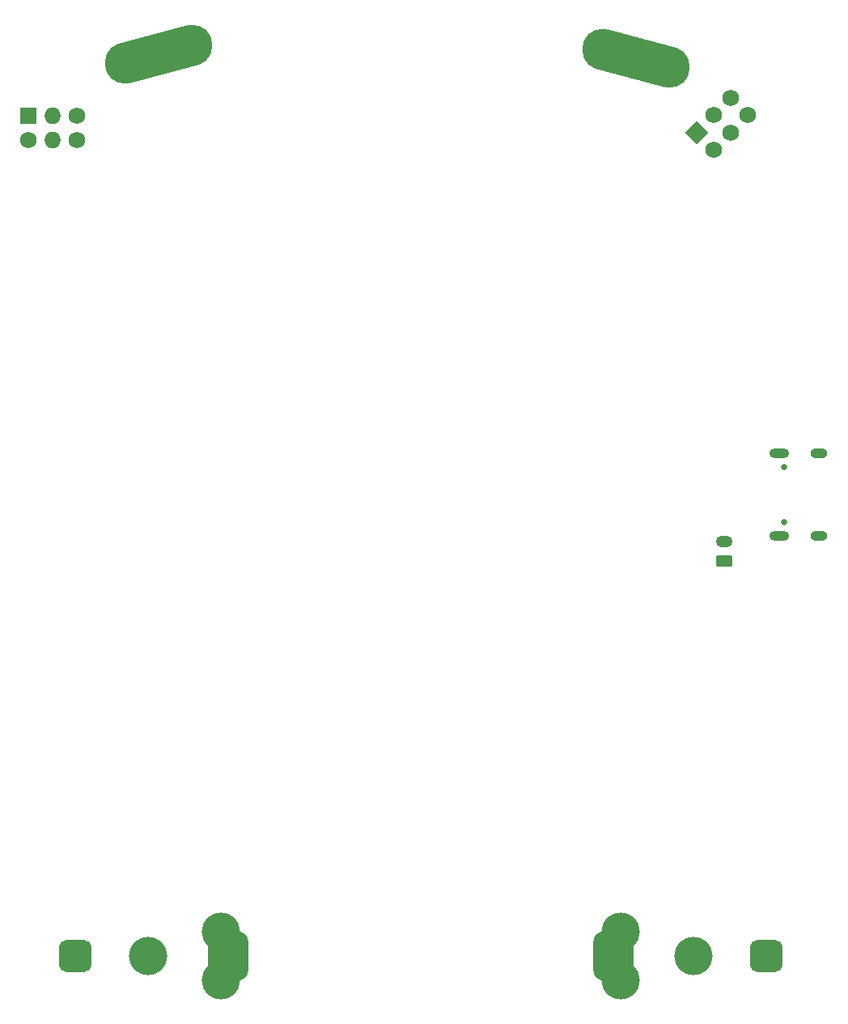
<source format=gbr>
%TF.GenerationSoftware,KiCad,Pcbnew,8.0.0*%
%TF.CreationDate,2024-03-10T20:39:49-05:00*%
%TF.ProjectId,B-Sides 2024,422d5369-6465-4732-9032-3032342e6b69,rev?*%
%TF.SameCoordinates,Original*%
%TF.FileFunction,Soldermask,Bot*%
%TF.FilePolarity,Negative*%
%FSLAX46Y46*%
G04 Gerber Fmt 4.6, Leading zero omitted, Abs format (unit mm)*
G04 Created by KiCad (PCBNEW 8.0.0) date 2024-03-10 20:39:49*
%MOMM*%
%LPD*%
G01*
G04 APERTURE LIST*
G04 Aperture macros list*
%AMRoundRect*
0 Rectangle with rounded corners*
0 $1 Rounding radius*
0 $2 $3 $4 $5 $6 $7 $8 $9 X,Y pos of 4 corners*
0 Add a 4 corners polygon primitive as box body*
4,1,4,$2,$3,$4,$5,$6,$7,$8,$9,$2,$3,0*
0 Add four circle primitives for the rounded corners*
1,1,$1+$1,$2,$3*
1,1,$1+$1,$4,$5*
1,1,$1+$1,$6,$7*
1,1,$1+$1,$8,$9*
0 Add four rect primitives between the rounded corners*
20,1,$1+$1,$2,$3,$4,$5,0*
20,1,$1+$1,$4,$5,$6,$7,0*
20,1,$1+$1,$6,$7,$8,$9,0*
20,1,$1+$1,$8,$9,$2,$3,0*%
%AMHorizOval*
0 Thick line with rounded ends*
0 $1 width*
0 $2 $3 position (X,Y) of the first rounded end (center of the circle)*
0 $4 $5 position (X,Y) of the second rounded end (center of the circle)*
0 Add line between two ends*
20,1,$1,$2,$3,$4,$5,0*
0 Add two circle primitives to create the rounded ends*
1,1,$1,$2,$3*
1,1,$1,$4,$5*%
%AMRotRect*
0 Rectangle, with rotation*
0 The origin of the aperture is its center*
0 $1 length*
0 $2 width*
0 $3 Rotation angle, in degrees counterclockwise*
0 Add horizontal line*
21,1,$1,$2,0,0,$3*%
G04 Aperture macros list end*
%ADD10HorizOval,4.300000X3.477333X0.931749X-3.477333X-0.931749X0*%
%ADD11HorizOval,4.300000X-3.477333X0.931749X3.477333X-0.931749X0*%
%ADD12R,1.727200X1.727200*%
%ADD13C,1.727200*%
%ADD14O,1.727200X1.727200*%
%ADD15RotRect,1.727200X1.727200X315.000000*%
%ADD16HorizOval,1.727200X0.000000X0.000000X0.000000X0.000000X0*%
%ADD17C,0.650000*%
%ADD18O,2.100000X1.000000*%
%ADD19O,1.800000X1.000000*%
%ADD20RoundRect,1.050000X-1.050000X1.500000X-1.050000X-1.500000X1.050000X-1.500000X1.050000X1.500000X0*%
%ADD21C,4.000000*%
%ADD22RoundRect,0.850000X-0.850000X0.850000X-0.850000X-0.850000X0.850000X-0.850000X0.850000X0.850000X0*%
%ADD23RoundRect,0.250000X0.625000X-0.350000X0.625000X0.350000X-0.625000X0.350000X-0.625000X-0.350000X0*%
%ADD24O,1.750000X1.200000*%
%ADD25RoundRect,1.050000X1.050000X-1.500000X1.050000X1.500000X-1.050000X1.500000X-1.050000X-1.500000X0*%
%ADD26RoundRect,0.850000X0.850000X-0.850000X0.850000X0.850000X-0.850000X0.850000X-0.850000X-0.850000X0*%
G04 APERTURE END LIST*
D10*
%TO.C,H2*%
X75000000Y-37000000D03*
%TD*%
D11*
%TO.C,H1*%
X125000000Y-37500000D03*
%TD*%
D12*
%TO.C,J3*%
X61390000Y-43510000D03*
D13*
X61390000Y-46050000D03*
D14*
X63930000Y-43510000D03*
X63930000Y-46050000D03*
D13*
X66470000Y-43510000D03*
X66470000Y-46050000D03*
%TD*%
D15*
%TO.C,J4*%
X131280131Y-45225147D03*
D13*
X133076182Y-47021199D03*
D16*
X133076182Y-43429096D03*
X134872233Y-45225147D03*
D13*
X134872233Y-41633045D03*
X136668284Y-43429096D03*
%TD*%
D17*
%TO.C,J9*%
X140455000Y-86000000D03*
X140455000Y-80220000D03*
D18*
X139955000Y-87430000D03*
D19*
X144135000Y-87430000D03*
D18*
X139955000Y-78790000D03*
D19*
X144135000Y-78790000D03*
%TD*%
D20*
%TO.C,J5*%
X82320000Y-131380000D03*
D21*
X81545000Y-133920000D03*
X81545000Y-128840000D03*
X73945000Y-131380000D03*
D22*
X66320000Y-131380000D03*
%TD*%
D23*
%TO.C,J10*%
X134220000Y-90030000D03*
D24*
X134220000Y-88030000D03*
%TD*%
D25*
%TO.C,J2*%
X122570000Y-131380000D03*
D21*
X123345000Y-128840000D03*
X123345000Y-133920000D03*
X130945000Y-131380000D03*
D26*
X138570000Y-131380000D03*
%TD*%
M02*

</source>
